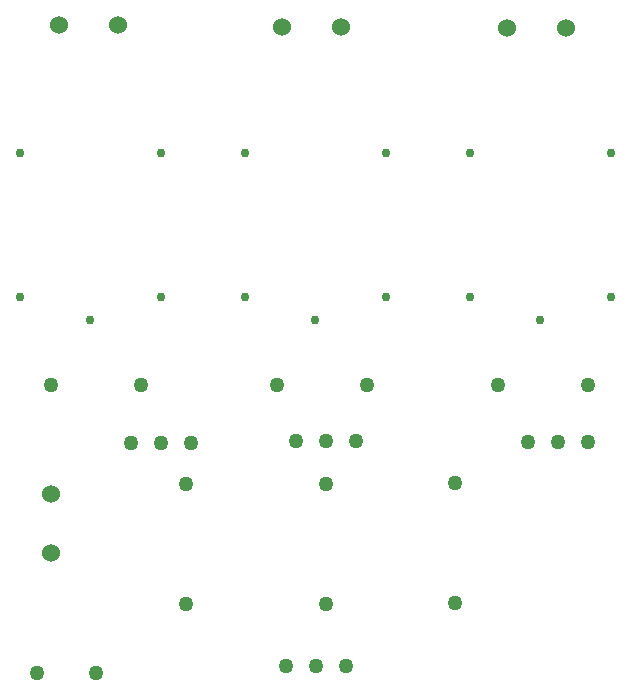
<source format=gbr>
G04 PROTEUS GERBER X2 FILE*
%TF.GenerationSoftware,Labcenter,Proteus,8.8-SP1-Build27031*%
%TF.CreationDate,2021-01-10T00:14:03+00:00*%
%TF.FileFunction,Plated,1,2,PTH*%
%TF.FilePolarity,Positive*%
%TF.Part,Single*%
%TF.SameCoordinates,{98ac7ad0-3a1b-4910-adea-4d28a6190023}*%
%FSLAX45Y45*%
%MOMM*%
G01*
%TA.AperFunction,ComponentDrill*%
%ADD27C,0.762000*%
%TA.AperFunction,ComponentDrill*%
%ADD28C,1.270000*%
%ADD29C,1.524000*%
%TD.AperFunction*%
D27*
X-9017000Y+381000D03*
X-7817000Y+381000D03*
X-8417000Y+181000D03*
X-9017000Y+1601000D03*
X-7817000Y+1601000D03*
X-7112000Y+381000D03*
X-5912000Y+381000D03*
X-6512000Y+181000D03*
X-7112000Y+1601000D03*
X-5912000Y+1601000D03*
D28*
X-7985760Y-365760D03*
X-8747760Y-365760D03*
X-6078220Y-368300D03*
X-6840220Y-368300D03*
X-4201160Y-368300D03*
X-4963160Y-368300D03*
D27*
X-5207000Y+381000D03*
X-4007000Y+381000D03*
X-4607000Y+181000D03*
X-5207000Y+1601000D03*
X-4007000Y+1601000D03*
D28*
X-8074660Y-861060D03*
X-7820660Y-861060D03*
X-7566660Y-861060D03*
X-6680200Y-838200D03*
X-6426200Y-838200D03*
X-6172200Y-838200D03*
X-4711700Y-850900D03*
X-4457700Y-850900D03*
X-4203700Y-850900D03*
X-6426200Y-2222500D03*
X-6426200Y-1206500D03*
X-5334000Y-2209800D03*
X-5334000Y-1193800D03*
X-7607300Y-2222500D03*
X-7607300Y-1206500D03*
D29*
X-8686800Y+2679700D03*
X-8186420Y+2679700D03*
D28*
X-6761480Y-2743200D03*
X-6507480Y-2743200D03*
X-6253480Y-2743200D03*
D29*
X-6794500Y+2667000D03*
X-6294120Y+2667000D03*
X-4889500Y+2654300D03*
X-4389120Y+2654300D03*
D28*
X-8366760Y-2804160D03*
X-8867140Y-2804160D03*
D29*
X-8747760Y-1793240D03*
X-8747760Y-1292860D03*
M02*

</source>
